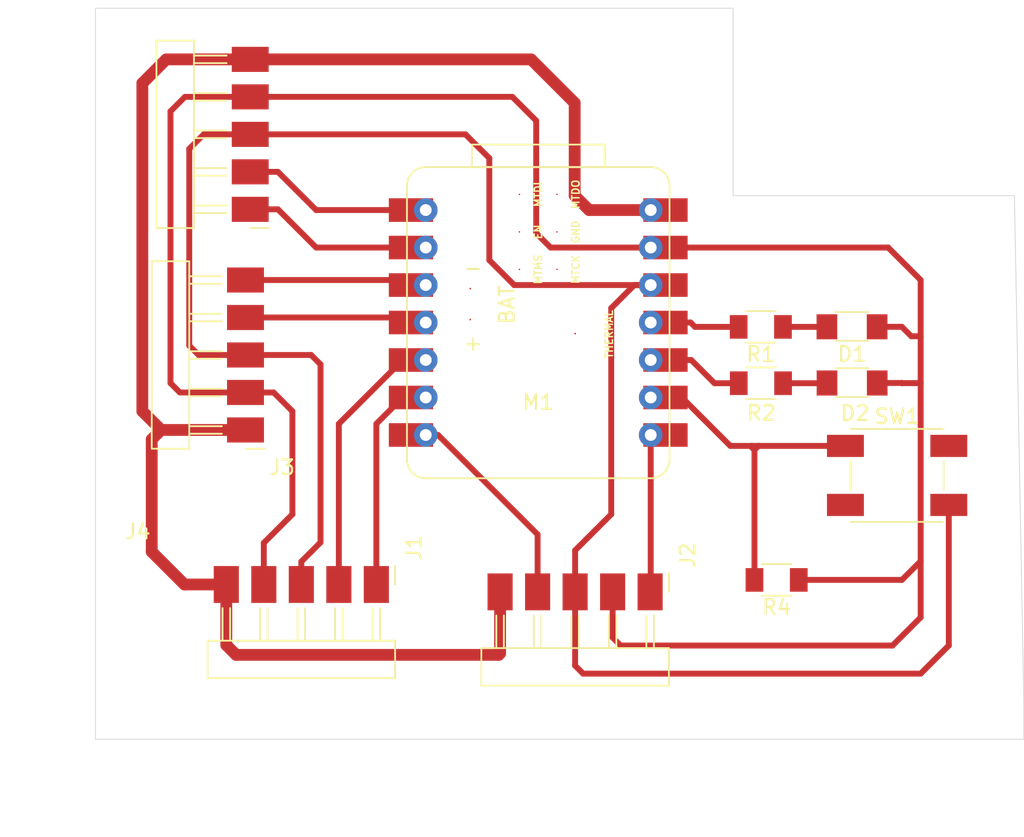
<source format=kicad_pcb>
(kicad_pcb (version 20241229) (generator "pcbnew") (generator_version "9.0")
  (layers (0 "F.Cu" signal) (2 "B.Cu" signal) (13 "F.Paste" user) (15 "B.Paste" user) (5 "F.SilkS" user "F.Silkscreen") (7 "B.SilkS" user "B.Silkscreen") (1 "F.Mask" user) (3 "B.Mask" user) (25 "Edge.Cuts" user))
  (net 0 "")
  (net 1 "PWR_GND")
  (net 2 "Net-(D2-A)")
  (net 3 "SCL")
  (net 4 "PWR_3V3")
  (net 5 "SDA")
  (net 6 "PWR_5V")
  (net 7 "TX")
  (net 8 "SCK")
  (net 9 "RX")
  (net 10 "A1")
  (net 11 "A0")
  (net 12 "A3")
  (net 13 "A2")
  (net 14 "MISO")
  (net 15 "MOSI")
  (net 25 "Net-(D1-A)")
  (footprint "fab:R_1206" (layer "F.Cu") (at 141.575 106.045 180)
    (property "Reference" "R1" (at 0 -1.85 0) (layer "F.SilkS"))
    (property "Value" "R_1206")
    (fp_line (start 1 1.07) (end -1 1.07) (stroke (width 0.12)) (layer "F.SilkS"))
    (fp_line (start -1 -1.07) (end 1 -1.07) (stroke (width 0.12)) (layer "F.SilkS"))
    (pad "1" smd rect (at -1.5 0 180) (size 1.2 1.6) (layers "F.Cu" "F.Mask" "F.Paste") (net 25 "Net-(D1-A)"))
    (pad "2" smd rect (at 1.5 0 180) (size 1.2 1.6) (layers "F.Cu" "F.Mask" "F.Paste") (net 15 "MOSI"))
  )
  (footprint "fab:LED_1206" (layer "F.Cu") (at 147.75 106.04 180)
    (property "Reference" "D1" (at 0 -1.85 0) (layer "F.SilkS"))
    (property "Value" "LED_1206")
    (fp_line (start -1.1 1) (end 1.1 1) (stroke (width 0.12)) (layer "F.SilkS"))
    (fp_line (start -1.1 -0.95) (end 1.1 -0.95) (stroke (width 0.12)) (layer "F.SilkS"))
    (pad "1" smd rect (at -1.7 0 180) (size 1.4 1.7) (layers "F.Cu" "F.Mask" "F.Paste") (net 1 "PWR_GND"))
    (pad "2" smd rect (at 1.7 0 180) (size 1.4 1.7) (layers "F.Cu" "F.Mask" "F.Paste") (net 25 "Net-(D1-A)"))
  )
  (footprint "fab:SeeedStudio_XIAO_ESP32C3" (layer "F.Cu") (at 126.5 105.75)
    (property "Reference" "M1" (at 0 5.39 0) (layer "F.SilkS"))
    (property "Value" "Module_XIAO-ESP32C3")
    (fp_line (start -8.8875 9.281) (end -8.8875 -9.261) (stroke (width 0.12)) (layer "F.SilkS"))
    (fp_line (start -7.6175 -10.531) (end 7.6225 -10.531) (stroke (width 0.12)) (layer "F.SilkS"))
    (fp_line (start 7.6225 10.551) (end -7.6175 10.551) (stroke (width 0.12)) (layer "F.SilkS"))
    (fp_line (start 8.8925 -9.261) (end 8.8925 9.281) (stroke (width 0.12)) (layer "F.SilkS"))
    (fp_rect (start -4.4975 -10.531) (end 4.5025 -12.055) (stroke (width 0.12)) (fill no) (layer "F.SilkS"))
    (fp_arc (start -8.8875 -9.261) (mid -8.515526 -10.159026) (end -7.6175 -10.531) (stroke (width 0.12)) (layer "F.SilkS"))
    (fp_arc (start -7.6175 10.551) (mid -8.515526 10.179026) (end -8.8875 9.281) (stroke (width 0.12)) (layer "F.SilkS"))
    (fp_arc (start 7.6225 -10.531) (mid 8.520526 -10.159026) (end 8.8925 -9.261) (stroke (width 0.12)) (layer "F.SilkS"))
    (fp_arc (start 8.8925 9.281) (mid 8.520526 10.179026) (end 7.6225 10.551) (stroke (width 0.12)) (layer "F.SilkS"))
    (fp_text user "MTDO" (at 2.54 -8.68 90) (layer "F.SilkS") (effects (font (size 0.5 0.5) (thickness 0.1) (bold yes))))
    (fp_text user "MTDI" (at 0 -8.68 90) (layer "F.SilkS") (effects (font (size 0.5 0.5) (thickness 0.1) (bold yes))))
    (fp_text user "BAT" (at -2.7 -1.2 90) (layer "F.SilkS") (effects (justify top)))
    (fp_text user "MTMS" (at 0 -3.6 90) (layer "F.SilkS") (effects (font (size 0.5 0.5) (thickness 0.1) (bold yes))))
    (fp_text user "-" (at -4.4 -3.7 0) (layer "F.SilkS"))
    (fp_text user "+" (at -4.4 1.4 0) (layer "F.SilkS"))
    (fp_text user "THERMAL" (at 4.8 0.8 90) (layer "F.SilkS") (effects (font (size 0.5 0.5) (thickness 0.1) (bold yes))))
    (fp_text user "EN" (at 0 -6.14 90) (layer "F.SilkS") (effects (font (size 0.5 0.5) (thickness 0.1) (bold yes))))
    (fp_text user "MTCK" (at 2.54 -3.6 90) (layer "F.SilkS") (effects (font (size 0.5 0.5) (thickness 0.1) (bold yes))))
    (fp_text user "GND" (at 2.54 -6.14 90) (layer "F.SilkS") (effects (font (size 0.5 0.5) (thickness 0.1) (bold yes))))
    (pad "1" thru_hole circle (at -7.615 -7.62) (size 1.6 1.6) (drill 0.8) (layers "*.Cu" "*.Mask") (net 11 "A0"))
    (pad "1" smd rect (at -7.615 -7.62) (size 3 1.6) (drill (offset -1 0)) (layers "F.Cu" "F.Mask" "F.Paste") (net 11 "A0"))
    (pad "2" thru_hole circle (at -7.615 -5.08) (size 1.6 1.6) (drill 0.8) (layers "*.Cu" "*.Mask") (net 10 "A1"))
    (pad "2" smd rect (at -7.615 -5.08) (size 3 1.6) (drill (offset -1 0)) (layers "F.Cu" "F.Mask" "F.Paste") (net 10 "A1"))
    (pad "3" thru_hole circle (at -7.615 -2.54) (size 1.6 1.6) (drill 0.8) (layers "*.Cu" "*.Mask") (net 13 "A2"))
    (pad "3" smd rect (at -7.615 -2.54) (size 3 1.6) (drill (offset -1 0)) (layers "F.Cu" "F.Mask" "F.Paste") (net 13 "A2"))
    (pad "4" thru_hole circle (at -7.615 0) (size 1.6 1.6) (drill 0.8) (layers "*.Cu" "*.Mask") (net 12 "A3"))
    (pad "4" smd rect (at -7.615 0) (size 3 1.6) (drill (offset -1 0)) (layers "F.Cu" "F.Mask" "F.Paste") (net 12 "A3"))
    (pad "5" thru_hole circle (at -7.615 2.54) (size 1.6 1.6) (drill 0.8) (layers "*.Cu" "*.Mask") (net 5 "SDA"))
    (pad "5" smd rect (at -7.615 2.54) (size 3 1.6) (drill (offset -1 0)) (layers "F.Cu" "F.Mask" "F.Paste") (net 5 "SDA"))
    (pad "6" thru_hole circle (at -7.615 5.08) (size 1.6 1.6) (drill 0.8) (layers "*.Cu" "*.Mask") (net 3 "SCL"))
    (pad "6" smd rect (at -7.615 5.08) (size 3 1.6) (drill (offset -1 0)) (layers "F.Cu" "F.Mask" "F.Paste") (net 3 "SCL"))
    (pad "7" thru_hole circle (at -7.615 7.62) (size 1.6 1.6) (drill 0.8) (layers "*.Cu" "*.Mask") (net 7 "TX"))
    (pad "7" smd rect (at -7.615 7.62) (size 3 1.6) (drill (offset -1 0)) (layers "F.Cu" "F.Mask" "F.Paste") (net 7 "TX"))
    (pad "8" thru_hole circle (at 7.62 7.62) (size 1.6 1.6) (drill 0.8) (layers "*.Cu" "*.Mask") (net 9 "RX"))
    (pad "8" smd rect (at 7.62 7.62) (size 3 1.6) (drill (offset 1 0)) (layers "F.Cu" "F.Mask" "F.Paste") (net 9 "RX"))
    (pad "9" thru_hole circle (at 7.62 5.08) (size 1.6 1.6) (drill 0.8) (layers "*.Cu" "*.Mask") (net 8 "SCK"))
    (pad "9" smd rect (at 7.62 5.08) (size 3 1.6) (drill (offset 1 0)) (layers "F.Cu" "F.Mask" "F.Paste") (net 8 "SCK"))
    (pad "10" thru_hole circle (at 7.62 2.54) (size 1.6 1.6) (drill 0.8) (layers "*.Cu" "*.Mask") (net 14 "MISO"))
    (pad "10" smd rect (at 7.62 2.54) (size 3 1.6) (drill (offset 1 0)) (layers "F.Cu" "F.Mask" "F.Paste") (net 14 "MISO"))
    (pad "11" thru_hole circle (at 7.62 0) (size 1.6 1.6) (drill 0.8) (layers "*.Cu" "*.Mask") (net 15 "MOSI"))
    (pad "11" smd rect (at 7.62 0) (size 3 1.6) (drill (offset 1 0)) (layers "F.Cu" "F.Mask" "F.Paste") (net 15 "MOSI"))
    (pad "12" thru_hole circle (at 7.62 -2.54) (size 1.6 1.6) (drill 0.8) (layers "*.Cu" "*.Mask") (net 4 "PWR_3V3"))
    (pad "12" smd rect (at 7.62 -2.54) (size 3 1.6) (drill (offset 1 0)) (layers "F.Cu" "F.Mask" "F.Paste") (net 4 "PWR_3V3"))
    (pad "13" thru_hole circle (at 7.62 -5.08) (size 1.6 1.6) (drill 0.8) (layers "*.Cu" "*.Mask") (net 1 "PWR_GND"))
    (pad "13" smd rect (at 7.62 -5.08) (size 3 1.6) (drill (offset 1 0)) (layers "F.Cu" "F.Mask" "F.Paste") (net 1 "PWR_GND"))
    (pad "14" thru_hole circle (at 7.62 -7.62) (size 1.6 1.6) (drill 0.8) (layers "*.Cu" "*.Mask") (net 6 "PWR_5V"))
    (pad "14" smd rect (at 7.62 -7.62) (size 3 1.6) (drill (offset 1 0)) (layers "F.Cu" "F.Mask" "F.Paste") (net 6 "PWR_5V"))
    (pad "15" smd rect (at -4.6 -2.3) (size 0.1 0.1) (layers "F.Cu" "F.Mask" "F.Paste"))
    (pad "16" smd rect (at -4.6 -0.2) (size 0.1 0.1) (layers "F.Cu" "F.Mask" "F.Paste"))
    (pad "17" smd circle (at -1.27 -8.68) (size 0.1 0.1) (layers "F.Cu" "F.Mask" "F.Paste"))
    (pad "18" smd circle (at -1.27 -6.14) (size 0.1 0.1) (layers "F.Cu" "F.Mask" "F.Paste"))
    (pad "19" smd circle (at -1.27 -3.6) (size 0.1 0.1) (layers "F.Cu" "F.Mask" "F.Paste"))
    (pad "20" smd circle (at 1.27 -3.6) (size 0.1 0.1) (layers "F.Cu" "F.Mask" "F.Paste"))
    (pad "21" smd circle (at 1.27 -6.14) (size 0.1 0.1) (layers "F.Cu" "F.Mask" "F.Paste"))
    (pad "22" smd circle (at 1.27 -8.68) (size 0.1 0.1) (layers "F.Cu" "F.Mask" "F.Paste"))
    (pad "23" smd rect (at 2.5 0.75) (size 0.1 0.1) (layers "F.Cu" "F.Mask" "F.Paste"))
  )
  (footprint "fab:Button_Omron_B3SN_6.0x6.0mm" (layer "F.Cu") (at 150.805 116.11)
    (property "Reference" "SW1" (at 0 -4 0) (layer "F.SilkS"))
    (property "Value" "Switch_Tactile_Omron")
    (fp_line (start -3.15 -3.15) (end 3.15 -3.15) (stroke (width 0.12)) (layer "F.SilkS"))
    (fp_line (start -3.15 1) (end -3.15 -1) (stroke (width 0.12)) (layer "F.SilkS"))
    (fp_line (start 3.15 -1) (end 3.15 1) (stroke (width 0.12)) (layer "F.SilkS"))
    (fp_line (start 3.15 3.15) (end -3.15 3.15) (stroke (width 0.12)) (layer "F.SilkS"))
    (pad "1" smd rect (at -3.5 -2) (size 2.5 1.5) (layers "F.Cu" "F.Mask" "F.Paste") (net 8 "SCK"))
    (pad "1" smd rect (at 3.5 -2) (size 2.5 1.5) (layers "F.Cu" "F.Mask" "F.Paste") (net 8 "SCK"))
    (pad "2" smd rect (at -3.5 2) (size 2.5 1.5) (layers "F.Cu" "F.Mask" "F.Paste") (net 4 "PWR_3V3"))
    (pad "2" smd rect (at 3.5 2) (size 2.5 1.5) (layers "F.Cu" "F.Mask" "F.Paste") (net 4 "PWR_3V3"))
  )
  (footprint "fab:LED_1206" (layer "F.Cu") (at 147.7575 109.8475 180)
    (property "Reference" "D2" (at -0.2 -2.05 0) (layer "F.SilkS"))
    (property "Value" "LED_1206")
    (fp_line (start -1.1 1) (end 1.1 1) (stroke (width 0.12)) (layer "F.SilkS"))
    (fp_line (start -1.1 -0.95) (end 1.1 -0.95) (stroke (width 0.12)) (layer "F.SilkS"))
    (pad "1" smd rect (at -1.7 0 180) (size 1.4 1.7) (layers "F.Cu" "F.Mask" "F.Paste") (net 1 "PWR_GND"))
    (pad "2" smd rect (at 1.7 0 180) (size 1.4 1.7) (layers "F.Cu" "F.Mask" "F.Paste") (net 2 "Net-(D2-A)"))
  )
  (footprint "fab:R_1206" (layer "F.Cu") (at 142.645 123.19 180)
    (property "Reference" "R4" (at 0 -1.85 0) (layer "F.SilkS"))
    (property "Value" "R_1206")
    (fp_line (start 1 1.07) (end -1 1.07) (stroke (width 0.12)) (layer "F.SilkS"))
    (fp_line (start -1 -1.07) (end 1 -1.07) (stroke (width 0.12)) (layer "F.SilkS"))
    (pad "1" smd rect (at -1.5 0 180) (size 1.2 1.6) (layers "F.Cu" "F.Mask" "F.Paste") (net 1 "PWR_GND"))
    (pad "2" smd rect (at 1.5 0 180) (size 1.2 1.6) (layers "F.Cu" "F.Mask" "F.Paste") (net 8 "SCK"))
  )
  (footprint "fab:PinHeader_01x05_P2.54mm_Horizontal_SMD" (layer "F.Cu") (at 134.08 124 -90)
    (property "Reference" "J2" (at -1.524 -2.54 90) (layer "F.SilkS") (effects (justify left)))
    (property "Value" "PinHeader_01x05_P2.54mm_Horizontal_SMD")
    (fp_line (start 3.81 11.43) (end 3.81 -1.27) (stroke (width 0.12)) (layer "F.SilkS"))
    (fp_line (start 6.35 11.43) (end 3.81 11.43) (stroke (width 0.12)) (layer "F.SilkS"))
    (fp_line (start 3.81 10.414) (end 1.6 10.414) (stroke (width 0.12)) (layer "F.SilkS"))
    (fp_line (start 3.81 9.906) (end 1.6 9.906) (stroke (width 0.12)) (layer "F.SilkS"))
    (fp_line (start 3.81 7.874) (end 1.6 7.874) (stroke (width 0.12)) (layer "F.SilkS"))
    (fp_line (start 3.81 7.366) (end 1.6 7.366) (stroke (width 0.12)) (layer "F.SilkS"))
    (fp_line (start 3.81 5.334) (end 1.6 5.334) (stroke (width 0.12)) (layer "F.SilkS"))
    (fp_line (start 3.81 4.826) (end 1.6 4.826) (stroke (width 0.12)) (layer "F.SilkS"))
    (fp_line (start 3.81 2.794) (end 1.6 2.794) (stroke (width 0.12)) (layer "F.SilkS"))
    (fp_line (start 3.81 2.286) (end 1.6 2.286) (stroke (width 0.12)) (layer "F.SilkS"))
    (fp_line (start 3.81 0.254) (end 1.6 0.254) (stroke (width 0.12)) (layer "F.SilkS"))
    (fp_line (start 3.81 -0.254) (end 1.6 -0.254) (stroke (width 0.12)) (layer "F.SilkS"))
    (fp_line (start -1.27 -1.27) (end 0 -1.27) (stroke (width 0.12)) (layer "F.SilkS"))
    (fp_line (start 3.81 -1.27) (end 6.35 -1.27) (stroke (width 0.12)) (layer "F.SilkS"))
    (fp_line (start 6.35 -1.27) (end 6.35 11.43) (stroke (width 0.12)) (layer "F.SilkS"))
    (pad "1" smd rect (at 0 0 270) (size 2.5 1.7) (layers "F.Cu" "F.Mask" "F.Paste") (net 9 "RX"))
    (pad "2" smd rect (at 0 2.54 270) (size 2.5 1.7) (layers "F.Cu" "F.Mask" "F.Paste") (net 1 "PWR_GND"))
    (pad "3" smd rect (at 0 5.08 270) (size 2.5 1.7) (layers "F.Cu" "F.Mask" "F.Paste") (net 4 "PWR_3V3"))
    (pad "4" smd rect (at 0 7.62 270) (size 2.5 1.7) (layers "F.Cu" "F.Mask" "F.Paste") (net 7 "TX"))
    (pad "5" smd rect (at 0 10.16 270) (size 2.5 1.7) (layers "F.Cu" "F.Mask" "F.Paste") (net 6 "PWR_5V"))
  )
  (footprint "fab:PinHeader_01x05_P2.54mm_Horizontal_SMD" (layer "F.Cu") (at 107 98.08 180)
    (property "Reference" "J4" (at 8.564 -21.84 180) (layer "F.SilkS") (effects (justify left)))
    (property "Value" "PinHeader_01x05_P2.54mm_Horizontal_SMD")
    (fp_line (start 6.35 11.43) (end 3.81 11.43) (stroke (width 0.12)) (layer "F.SilkS"))
    (fp_line (start 6.35 -1.27) (end 6.35 11.43) (stroke (width 0.12)) (layer "F.SilkS"))
    (fp_line (start 3.81 11.43) (end 3.81 -1.27) (stroke (width 0.12)) (layer "F.SilkS"))
    (fp_line (start 3.81 10.414) (end 1.6 10.414) (stroke (width 0.12)) (layer "F.SilkS"))
    (fp_line (start 3.81 9.906) (end 1.6 9.906) (stroke (width 0.12)) (layer "F.SilkS"))
    (fp_line (start 3.81 7.874) (end 1.6 7.874) (stroke (width 0.12)) (layer "F.SilkS"))
    (fp_line (start 3.81 7.366) (end 1.6 7.366) (stroke (width 0.12)) (layer "F.SilkS"))
    (fp_line (start 3.81 5.334) (end 1.6 5.334) (stroke (width 0.12)) (layer "F.SilkS"))
    (fp_line (start 3.81 4.826) (end 1.6 4.826) (stroke (width 0.12)) (layer "F.SilkS"))
    (fp_line (start 3.81 2.794) (end 1.6 2.794) (stroke (width 0.12)) (layer "F.SilkS"))
    (fp_line (start 3.81 2.286) (end 1.6 2.286) (stroke (width 0.12)) (layer "F.SilkS"))
    (fp_line (start 3.81 0.254) (end 1.6 0.254) (stroke (width 0.12)) (layer "F.SilkS"))
    (fp_line (start 3.81 -0.254) (end 1.6 -0.254) (stroke (width 0.12)) (layer "F.SilkS"))
    (fp_line (start 3.81 -1.27) (end 6.35 -1.27) (stroke (width 0.12)) (layer "F.SilkS"))
    (fp_line (start -1.27 -1.27) (end 0 -1.27) (stroke (width 0.12)) (layer "F.SilkS"))
    (pad "1" smd rect (at 0 0 180) (size 2.5 1.7) (layers "F.Cu" "F.Mask" "F.Paste") (net 10 "A1"))
    (pad "2" smd rect (at 0 2.54 180) (size 2.5 1.7) (layers "F.Cu" "F.Mask" "F.Paste") (net 11 "A0"))
    (pad "3" smd rect (at 0 5.08 180) (size 2.5 1.7) (layers "F.Cu" "F.Mask" "F.Paste") (net 4 "PWR_3V3"))
    (pad "4" smd rect (at 0 7.62 180) (size 2.5 1.7) (layers "F.Cu" "F.Mask" "F.Paste") (net 1 "PWR_GND"))
    (pad "5" smd rect (at 0 10.16 180) (size 2.5 1.7) (layers "F.Cu" "F.Mask" "F.Paste") (net 6 "PWR_5V"))
  )
  (footprint "fab:PinHeader_01x05_P2.54mm_Horizontal_SMD" (layer "F.Cu") (at 115.54 123.5 -90)
    (property "Reference" "J1" (at -1.524 -2.54 90) (layer "F.SilkS") (effects (justify left)))
    (property "Value" "PinHeader_01x05_P2.54mm_Horizontal_SMD")
    (fp_line (start 3.81 11.43) (end 3.81 -1.27) (stroke (width 0.12)) (layer "F.SilkS"))
    (fp_line (start 6.35 11.43) (end 3.81 11.43) (stroke (width 0.12)) (layer "F.SilkS"))
    (fp_line (start 3.81 10.414) (end 1.6 10.414) (stroke (width 0.12)) (layer "F.SilkS"))
    (fp_line (start 3.81 9.906) (end 1.6 9.906) (stroke (width 0.12)) (layer "F.SilkS"))
    (fp_line (start 3.81 7.874) (end 1.6 7.874) (stroke (width 0.12)) (layer "F.SilkS"))
    (fp_line (start 3.81 7.366) (end 1.6 7.366) (stroke (width 0.12)) (layer "F.SilkS"))
    (fp_line (start 3.81 5.334) (end 1.6 5.334) (stroke (width 0.12)) (layer "F.SilkS"))
    (fp_line (start 3.81 4.826) (end 1.6 4.826) (stroke (width 0.12)) (layer "F.SilkS"))
    (fp_line (start 3.81 2.794) (end 1.6 2.794) (stroke (width 0.12)) (layer "F.SilkS"))
    (fp_line (start 3.81 2.286) (end 1.6 2.286) (stroke (width 0.12)) (layer "F.SilkS"))
    (fp_line (start 3.81 0.254) (end 1.6 0.254) (stroke (width 0.12)) (layer "F.SilkS"))
    (fp_line (start 3.81 -0.254) (end 1.6 -0.254) (stroke (width 0.12)) (layer "F.SilkS"))
    (fp_line (start -1.27 -1.27) (end 0 -1.27) (stroke (width 0.12)) (layer "F.SilkS"))
    (fp_line (start 3.81 -1.27) (end 6.35 -1.27) (stroke (width 0.12)) (layer "F.SilkS"))
    (fp_line (start 6.35 -1.27) (end 6.35 11.43) (stroke (width 0.12)) (layer "F.SilkS"))
    (pad "1" smd rect (at 0 0 270) (size 2.5 1.7) (layers "F.Cu" "F.Mask" "F.Paste") (net 3 "SCL"))
    (pad "2" smd rect (at 0 2.54 270) (size 2.5 1.7) (layers "F.Cu" "F.Mask" "F.Paste") (net 5 "SDA"))
    (pad "3" smd rect (at 0 5.08 270) (size 2.5 1.7) (layers "F.Cu" "F.Mask" "F.Paste") (net 4 "PWR_3V3"))
    (pad "4" smd rect (at 0 7.62 270) (size 2.5 1.7) (layers "F.Cu" "F.Mask" "F.Paste") (net 1 "PWR_GND"))
    (pad "5" smd rect (at 0 10.16 270) (size 2.5 1.7) (layers "F.Cu" "F.Mask" "F.Paste") (net 6 "PWR_5V"))
  )
  (footprint "fab:R_1206" (layer "F.Cu") (at 141.5825 109.8625 180)
    (property "Reference" "R2" (at -0.025 -2.015 0) (layer "F.SilkS"))
    (property "Value" "R_1206")
    (fp_line (start 1 1.07) (end -1 1.07) (stroke (width 0.12)) (layer "F.SilkS"))
    (fp_line (start -1 -1.07) (end 1 -1.07) (stroke (width 0.12)) (layer "F.SilkS"))
    (pad "1" smd rect (at -1.5 0 180) (size 1.2 1.6) (layers "F.Cu" "F.Mask" "F.Paste") (net 2 "Net-(D2-A)"))
    (pad "2" smd rect (at 1.5 0 180) (size 1.2 1.6) (layers "F.Cu" "F.Mask" "F.Paste") (net 14 "MISO"))
  )
  (footprint "fab:PinHeader_01x05_P2.54mm_Horizontal_SMD" (layer "F.Cu") (at 106.68 113.03 180)
    (property "Reference" "J3" (at -1.524 -2.54 0) (layer "F.SilkS") (effects (justify left)))
    (property "Value" "PinHeader_01x05_P2.54mm_Horizontal_SMD")
    (fp_line (start 6.35 11.43) (end 3.81 11.43) (stroke (width 0.12)) (layer "F.SilkS"))
    (fp_line (start 6.35 -1.27) (end 6.35 11.43) (stroke (width 0.12)) (layer "F.SilkS"))
    (fp_line (start 3.81 11.43) (end 3.81 -1.27) (stroke (width 0.12)) (layer "F.SilkS"))
    (fp_line (start 3.81 10.414) (end 1.6 10.414) (stroke (width 0.12)) (layer "F.SilkS"))
    (fp_line (start 3.81 9.906) (end 1.6 9.906) (stroke (width 0.12)) (layer "F.SilkS"))
    (fp_line (start 3.81 7.874) (end 1.6 7.874) (stroke (width 0.12)) (layer "F.SilkS"))
    (fp_line (start 3.81 7.366) (end 1.6 7.366) (stroke (width 0.12)) (layer "F.SilkS"))
    (fp_line (start 3.81 5.334) (end 1.6 5.334) (stroke (width 0.12)) (layer "F.SilkS"))
    (fp_line (start 3.81 4.826) (end 1.6 4.826) (stroke (width 0.12)) (layer "F.SilkS"))
    (fp_line (start 3.81 2.794) (end 1.6 2.794) (stroke (width 0.12)) (layer "F.SilkS"))
    (fp_line (start 3.81 2.286) (end 1.6 2.286) (stroke (width 0.12)) (layer "F.SilkS"))
    (fp_line (start 3.81 0.254) (end 1.6 0.254) (stroke (width 0.12)) (layer "F.SilkS"))
    (fp_line (start 3.81 -0.254) (end 1.6 -0.254) (stroke (width 0.12)) (layer "F.SilkS"))
    (fp_line (start 3.81 -1.27) (end 6.35 -1.27) (stroke (width 0.12)) (layer "F.SilkS"))
    (fp_line (start -1.27 -1.27) (end 0 -1.27) (stroke (width 0.12)) (layer "F.SilkS"))
    (pad "1" smd rect (at 0 0 180) (size 2.5 1.7) (layers "F.Cu" "F.Mask" "F.Paste") (net 6 "PWR_5V"))
    (pad "2" smd rect (at 0 2.54 180) (size 2.5 1.7) (layers "F.Cu" "F.Mask" "F.Paste") (net 1 "PWR_GND"))
    (pad "3" smd rect (at 0 5.08 180) (size 2.5 1.7) (layers "F.Cu" "F.Mask" "F.Paste") (net 4 "PWR_3V3"))
    (pad "4" smd rect (at 0 7.62 180) (size 2.5 1.7) (layers "F.Cu" "F.Mask" "F.Paste") (net 12 "A3"))
    (pad "5" smd rect (at 0 10.16 180) (size 2.5 1.7) (layers "F.Cu" "F.Mask" "F.Paste") (net 13 "A2"))
  )
  (gr_line (start 158.75 97.155) (end 159.385 131.445) (stroke (width 0.05)) (layer "Edge.Cuts"))
  (gr_line (start 96.52 133.985) (end 96.52 131.445) (stroke (width 0.05)) (layer "Edge.Cuts"))
  (gr_line (start 97.79 84.455) (end 139.7 84.455) (stroke (width 0.05)) (layer "Edge.Cuts"))
  (gr_line (start 96.52 131.445) (end 96.52 84.455) (stroke (width 0.05)) (layer "Edge.Cuts"))
  (gr_line (start 139.7 84.455) (end 139.7 97.155) (stroke (width 0.05)) (layer "Edge.Cuts"))
  (gr_line (start 159.385 133.985) (end 96.52 133.985) (stroke (width 0.05)) (layer "Edge.Cuts"))
  (gr_line (start 96.52 84.455) (end 97.79 84.455) (stroke (width 0.05)) (layer "Edge.Cuts"))
  (gr_line (start 139.7 97.155) (end 158.75 97.155) (stroke (width 0.05)) (layer "Edge.Cuts"))
  (gr_line (start 159.385 131.445) (end 159.385 133.985) (stroke (width 0.05)) (layer "Edge.Cuts"))
  (segment (start 131.54 127.095) (end 132.08 127.635) (width 0.4) (layer "F.Cu") (net 1))
  (segment (start 101.6 109.855) (end 102.235 110.49) (width 0.4) (layer "F.Cu") (net 1))
  (segment (start 102.235 110.49) (end 106.68 110.49) (width 0.4) (layer "F.Cu") (net 1))
  (segment (start 107.92 120.68) (end 107.92 123.5) (width 0.4) (layer "F.Cu") (net 1))
  (segment (start 152.4 109.855) (end 152.4 121.92) (width 0.4) (layer "F.Cu") (net 1))
  (segment (start 152.4 102.87) (end 152.4 106.68) (width 0.4) (layer "F.Cu") (net 1))
  (segment (start 107 90.46) (end 124.75 90.46) (width 0.4) (layer "F.Cu") (net 1))
  (segment (start 124.75 90.46) (end 126.365 92.075) (width 0.4) (layer "F.Cu") (net 1))
  (segment (start 149.45 106.04) (end 151.125 106.04) (width 0.4) (layer "F.Cu") (net 1))
  (segment (start 131.54 124) (end 131.54 127.095) (width 0.4) (layer "F.Cu") (net 1))
  (segment (start 107 90.46) (end 102.58 90.46) (width 0.4) (layer "F.Cu") (net 1))
  (segment (start 106.68 110.49) (end 108.585 110.49) (width 0.4) (layer "F.Cu") (net 1))
  (segment (start 151.1225 109.8475) (end 151.13 109.855) (width 0.4) (layer "F.Cu") (net 1))
  (segment (start 152.4 121.92) (end 152.4 125.73) (width 0.4) (layer "F.Cu") (net 1))
  (segment (start 109.855 118.745) (end 107.92 120.68) (width 0.4) (layer "F.Cu") (net 1))
  (segment (start 150.495 127.635) (end 132.08 127.635) (width 0.4) (layer "F.Cu") (net 1))
  (segment (start 151.125 106.04) (end 151.765 106.68) (width 0.4) (layer "F.Cu") (net 1))
  (segment (start 152.4 106.68) (end 152.4 109.855) (width 0.4) (layer "F.Cu") (net 1))
  (segment (start 152.4 125.73) (end 150.495 127.635) (width 0.4) (layer "F.Cu") (net 1))
  (segment (start 126.365 99.695) (end 127.34 100.67) (width 0.4) (layer "F.Cu") (net 1))
  (segment (start 102.58 90.46) (end 101.6 91.44) (width 0.4) (layer "F.Cu") (net 1))
  (segment (start 134.12 100.67) (end 150.2 100.67) (width 0.4) (layer "F.Cu") (net 1))
  (segment (start 101.6 91.44) (end 101.6 109.855) (width 0.4) (layer "F.Cu") (net 1))
  (segment (start 127.34 100.67) (end 134.12 100.67) (width 0.4) (layer "F.Cu") (net 1))
  (segment (start 151.13 123.19) (end 152.4 121.92) (width 0.4) (layer "F.Cu") (net 1))
  (segment (start 144.145 123.19) (end 151.13 123.19) (width 0.4) (layer "F.Cu") (net 1))
  (segment (start 109.855 111.76) (end 109.855 118.745) (width 0.4) (layer "F.Cu") (net 1))
  (segment (start 150.2 100.67) (end 152.4 102.87) (width 0.4) (layer "F.Cu") (net 1))
  (segment (start 108.585 110.49) (end 109.855 111.76) (width 0.4) (layer "F.Cu") (net 1))
  (segment (start 151.765 106.68) (end 152.4 106.68) (width 0.4) (layer "F.Cu") (net 1))
  (segment (start 126.365 92.075) (end 126.365 99.695) (width 0.4) (layer "F.Cu") (net 1))
  (segment (start 149.4575 109.8475) (end 151.1225 109.8475) (width 0.4) (layer "F.Cu") (net 1))
  (segment (start 151.13 109.855) (end 152.4 109.855) (width 0.4) (layer "F.Cu") (net 1))
  (segment (start 143.0825 109.8625) (end 146.0425 109.8625) (width 0.4) (layer "F.Cu") (net 2))
  (segment (start 146.0425 109.8625) (end 146.0575 109.8475) (width 0.4) (layer "F.Cu") (net 2))
  (segment (start 117.323 110.83) (end 115.54 112.613) (width 0.4) (layer "F.Cu") (net 3))
  (segment (start 118.885 110.83) (end 117.323 110.83) (width 0.4) (layer "F.Cu") (net 3))
  (segment (start 115.54 112.613) (end 115.54 123.5) (width 0.4) (layer "F.Cu") (net 3))
  (segment (start 129.54 129.54) (end 129 129) (width 0.4) (layer "F.Cu") (net 4))
  (segment (start 103.505 107.95) (end 106.68 107.95) (width 0.4) (layer "F.Cu") (net 4))
  (segment (start 102.87 93.98) (end 102.87 107.315) (width 0.4) (layer "F.Cu") (net 4))
  (segment (start 129 129) (end 129 124) (width 0.4) (layer "F.Cu") (net 4))
  (segment (start 134.12 103.21) (end 124.874372 103.21) (width 0.4) (layer "F.Cu") (net 4))
  (segment (start 110.46 121.95) (end 111.76 120.65) (width 0.4) (layer "F.Cu") (net 4))
  (segment (start 111.76 108.585) (end 111.125 107.95) (width 0.4) (layer "F.Cu") (net 4))
  (segment (start 103.85 93) (end 102.87 93.98) (width 0.4) (layer "F.Cu") (net 4))
  (segment (start 133.01 103.21) (end 131.445 104.775) (width 0.4) (layer "F.Cu") (net 4))
  (segment (start 134.12 103.21) (end 133.01 103.21) (width 0.4) (layer "F.Cu") (net 4))
  (segment (start 152.4 129.54) (end 129.54 129.54) (width 0.4) (layer "F.Cu") (net 4))
  (segment (start 102.87 107.315) (end 103.505 107.95) (width 0.4) (layer "F.Cu") (net 4))
  (segment (start 129 121.19) (end 129 124) (width 0.4) (layer "F.Cu") (net 4))
  (segment (start 154.305 118.11) (end 154.305 127.635) (width 0.4) (layer "F.Cu") (net 4))
  (segment (start 110.46 123.5) (end 110.46 121.95) (width 0.4) (layer "F.Cu") (net 4))
  (segment (start 121.575 93) (end 107 93) (width 0.4) (layer "F.Cu") (net 4))
  (segment (start 123.19 94.615) (end 121.575 93) (width 0.4) (layer "F.Cu") (net 4))
  (segment (start 131.445 104.775) (end 131.445 118.745) (width 0.4) (layer "F.Cu") (net 4))
  (segment (start 123.19 101.525628) (end 123.19 94.615) (width 0.4) (layer "F.Cu") (net 4))
  (segment (start 111.125 107.95) (end 106.68 107.95) (width 0.4) (layer "F.Cu") (net 4))
  (segment (start 131.445 118.745) (end 129 121.19) (width 0.4) (layer "F.Cu") (net 4))
  (segment (start 107 93) (end 103.85 93) (width 0.4) (layer "F.Cu") (net 4))
  (segment (start 124.874372 103.21) (end 123.19 101.525628) (width 0.4) (layer "F.Cu") (net 4))
  (segment (start 154.305 127.635) (end 152.4 129.54) (width 0.4) (layer "F.Cu") (net 4))
  (segment (start 111.76 120.65) (end 111.76 108.585) (width 0.4) (layer "F.Cu") (net 4))
  (segment (start 118.885 108.29) (end 117.323 108.29) (width 0.4) (layer "F.Cu") (net 5))
  (segment (start 113 112.613) (end 113 123.5) (width 0.4) (layer "F.Cu") (net 5))
  (segment (start 117.323 108.29) (end 113 112.613) (width 0.4) (layer "F.Cu") (net 5))
  (segment (start 99.695 111.76) (end 100.965 113.03) (width 0.8) (layer "F.Cu") (net 6))
  (segment (start 128.971 97.155) (end 128.971 90.871) (width 0.8) (layer "F.Cu") (net 6))
  (segment (start 107 87.92) (end 101.31 87.92) (width 0.8) (layer "F.Cu") (net 6))
  (segment (start 100.965 113.03) (end 106.68 113.03) (width 0.8) (layer "F.Cu") (net 6))
  (segment (start 101.31 87.92) (end 99.695 89.535) (width 0.8) (layer "F.Cu") (net 6))
  (segment (start 123.92 128.175) (end 123.92 124) (width 0.8) (layer "F.Cu") (net 6))
  (segment (start 128.971 90.871) (end 126.02 87.92) (width 0.8) (layer "F.Cu") (net 6))
  (segment (start 126.02 87.92) (end 107 87.92) (width 0.8) (layer "F.Cu") (net 6))
  (segment (start 102.545 123.5) (end 105.38 123.5) (width 0.8) (layer "F.Cu") (net 6))
  (segment (start 134.12 98.13) (end 129.946 98.13) (width 0.8) (layer "F.Cu") (net 6))
  (segment (start 123.825 128.27) (end 123.92 128.175) (width 0.8) (layer "F.Cu") (net 6))
  (segment (start 100.33 113.665) (end 100.33 121.285) (width 0.8) (layer "F.Cu") (net 6))
  (segment (start 105.38 123.5) (end 105.38 127.605) (width 0.8) (layer "F.Cu") (net 6))
  (segment (start 129.54 97.79) (end 129.88 98.13) (width 0.4) (layer "F.Cu") (net 6))
  (segment (start 105.38 127.605) (end 106.045 128.27) (width 0.8) (layer "F.Cu") (net 6))
  (segment (start 100.965 113.03) (end 100.33 113.665) (width 0.8) (layer "F.Cu") (net 6))
  (segment (start 100.33 121.285) (end 102.545 123.5) (width 0.8) (layer "F.Cu") (net 6))
  (segment (start 106.045 128.27) (end 123.825 128.27) (width 0.8) (layer "F.Cu") (net 6))
  (segment (start 129.946 98.13) (end 128.971 97.155) (width 0.8) (layer "F.Cu") (net 6))
  (segment (start 99.695 89.535) (end 99.695 111.76) (width 0.8) (layer "F.Cu") (net 6))
  (segment (start 126.46 120.11) (end 126.46 124) (width 0.4) (layer "F.Cu") (net 7))
  (segment (start 118.885 113.37) (end 119.72 113.37) (width 0.4) (layer "F.Cu") (net 7))
  (segment (start 119.72 113.37) (end 126.46 120.11) (width 0.4) (layer "F.Cu") (net 7))
  (segment (start 140.97 114.11) (end 140.97 114.205) (width 0.4) (layer "F.Cu") (net 8))
  (segment (start 141.415 114.11) (end 141.145 114.38) (width 0.4) (layer "F.Cu") (net 8))
  (segment (start 140.97 114.205) (end 141.145 114.38) (width 0.4) (layer "F.Cu") (net 8))
  (segment (start 141.145 114.38) (end 141.145 123.19) (width 0.4) (layer "F.Cu") (net 8))
  (segment (start 139.51 114.11) (end 140.97 114.11) (width 0.4) (layer "F.Cu") (net 8))
  (segment (start 141.415 114.11) (end 147.305 114.11) (width 0.4) (layer "F.Cu") (net 8))
  (segment (start 140.97 114.11) (end 141.415 114.11) (width 0.4) (layer "F.Cu") (net 8))
  (segment (start 136.23 110.83) (end 139.51 114.11) (width 0.4) (layer "F.Cu") (net 8))
  (segment (start 134.12 110.83) (end 136.23 110.83) (width 0.4) (layer "F.Cu") (net 8))
  (segment (start 134.12 123.96) (end 134.08 124) (width 0.4) (layer "F.Cu") (net 9))
  (segment (start 134.12 113.37) (end 134.12 123.96) (width 0.4) (layer "F.Cu") (net 9))
  (segment (start 107 98.08) (end 108.875 98.08) (width 0.4) (layer "F.Cu") (net 10))
  (segment (start 108.875 98.08) (end 111.465 100.67) (width 0.4) (layer "F.Cu") (net 10))
  (segment (start 111.465 100.67) (end 118.885 100.67) (width 0.4) (layer "F.Cu") (net 10))
  (segment (start 108.875 95.54) (end 111.465 98.13) (width 0.4) (layer "F.Cu") (net 11))
  (segment (start 107 95.54) (end 108.875 95.54) (width 0.4) (layer "F.Cu") (net 11))
  (segment (start 111.465 98.13) (end 118.885 98.13) (width 0.4) (layer "F.Cu") (net 11))
  (segment (start 118.545 105.41) (end 118.885 105.75) (width 0.4) (layer "F.Cu") (net 12))
  (segment (start 106.68 105.41) (end 118.545 105.41) (width 0.4) (layer "F.Cu") (net 12))
  (segment (start 118.545 102.87) (end 118.885 103.21) (width 0.4) (layer "F.Cu") (net 13))
  (segment (start 106.68 102.87) (end 118.545 102.87) (width 0.4) (layer "F.Cu") (net 13))
  (segment (start 136.865 108.29) (end 138.4375 109.8625) (width 0.4) (layer "F.Cu") (net 14))
  (segment (start 138.4375 109.8625) (end 140.0825 109.8625) (width 0.4) (layer "F.Cu") (net 14))
  (segment (start 134.12 108.29) (end 136.865 108.29) (width 0.4) (layer "F.Cu") (net 14))
  (segment (start 134.12 105.75) (end 136.82 105.75) (width 0.4) (layer "F.Cu") (net 15))
  (segment (start 137.115 106.045) (end 140.075 106.045) (width 0.4) (layer "F.Cu") (net 15))
  (segment (start 136.82 105.75) (end 137.115 106.045) (width 0.4) (layer "F.Cu") (net 15))
  (segment (start 143.075 106.045) (end 146.045 106.045) (width 0.4) (layer "F.Cu") (net 25))
  (segment (start 146.045 106.045) (end 146.05 106.04) (width 0.4) (layer "F.Cu") (net 25))
)
</source>
